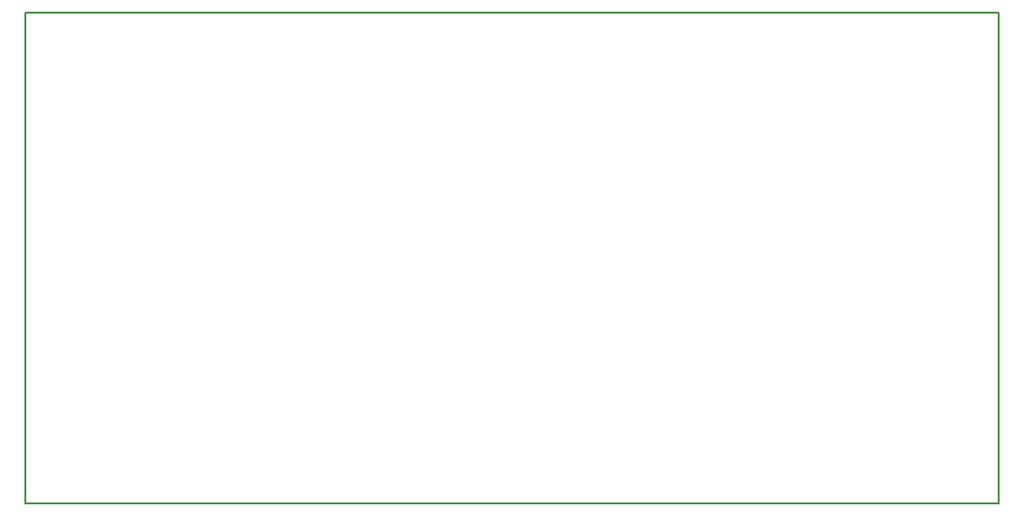
<source format=gbr>
%TF.GenerationSoftware,KiCad,Pcbnew,8.0.6*%
%TF.CreationDate,2024-11-19T15:42:44-05:00*%
%TF.ProjectId,airflow_device,61697266-6c6f-4775-9f64-65766963652e,rev?*%
%TF.SameCoordinates,Original*%
%TF.FileFunction,Profile,NP*%
%FSLAX46Y46*%
G04 Gerber Fmt 4.6, Leading zero omitted, Abs format (unit mm)*
G04 Created by KiCad (PCBNEW 8.0.6) date 2024-11-19 15:42:44*
%MOMM*%
%LPD*%
G01*
G04 APERTURE LIST*
%TA.AperFunction,Profile*%
%ADD10C,0.200000*%
%TD*%
G04 APERTURE END LIST*
D10*
X74676000Y-69342000D02*
X159258000Y-69342000D01*
X159258000Y-112014000D01*
X74676000Y-112014000D01*
X74676000Y-69342000D01*
M02*

</source>
